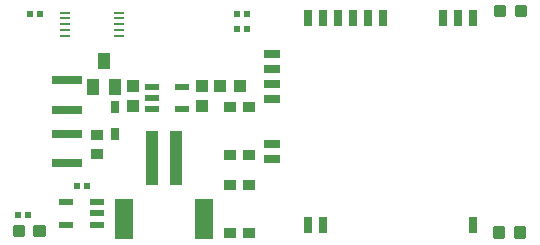
<source format=gbr>
G04 EAGLE Gerber RS-274X export*
G75*
%MOMM*%
%FSLAX34Y34*%
%LPD*%
%INSolderpaste Top*%
%IPPOS*%
%AMOC8*
5,1,8,0,0,1.08239X$1,22.5*%
G01*
%ADD10R,0.711200X1.422400*%
%ADD11R,1.422400X0.711200*%
%ADD12C,0.300000*%
%ADD13R,2.500000X0.800000*%
%ADD14R,0.875000X0.250000*%
%ADD15R,1.100000X1.000000*%
%ADD16R,1.200000X0.550000*%
%ADD17R,1.000000X4.600000*%
%ADD18R,1.600000X3.400000*%
%ADD19R,1.000000X1.100000*%
%ADD20R,0.800000X1.000000*%
%ADD21R,1.000000X1.400000*%
%ADD22R,0.540000X0.600000*%
%ADD23R,1.000000X0.900000*%
%ADD24R,1.020000X0.940000*%


D10*
X256261Y14125D03*
X268961Y14125D03*
X395961Y14125D03*
X256390Y189341D03*
X269090Y189341D03*
X294490Y189341D03*
X307190Y189341D03*
X319890Y189341D03*
X396090Y189341D03*
D11*
X226299Y69775D03*
X226299Y82475D03*
X226299Y120575D03*
X226299Y133275D03*
X226299Y145975D03*
X226299Y158675D03*
D10*
X281790Y189341D03*
X383390Y189341D03*
X370690Y189341D03*
D12*
X422720Y191763D02*
X422720Y198763D01*
X422720Y191763D02*
X415720Y191763D01*
X415720Y198763D01*
X422720Y198763D01*
X422720Y194613D02*
X415720Y194613D01*
X415720Y197463D02*
X422720Y197463D01*
X440260Y198763D02*
X440260Y191763D01*
X433260Y191763D01*
X433260Y198763D01*
X440260Y198763D01*
X440260Y194613D02*
X433260Y194613D01*
X433260Y197463D02*
X440260Y197463D01*
X421926Y11438D02*
X421926Y4438D01*
X414926Y4438D01*
X414926Y11438D01*
X421926Y11438D01*
X421926Y7288D02*
X414926Y7288D01*
X414926Y10138D02*
X421926Y10138D01*
X439466Y11438D02*
X439466Y4438D01*
X432466Y4438D01*
X432466Y11438D01*
X439466Y11438D01*
X439466Y7288D02*
X432466Y7288D01*
X432466Y10138D02*
X439466Y10138D01*
D13*
X52350Y111870D03*
X52350Y91330D03*
X52350Y137108D03*
X52350Y66600D03*
D14*
X51035Y194150D03*
X51035Y189150D03*
X51035Y184150D03*
X51035Y179150D03*
X51035Y174150D03*
X96285Y174150D03*
X96285Y179150D03*
X96285Y184150D03*
X96285Y189150D03*
X96285Y194150D03*
D15*
X199000Y132080D03*
X182000Y132080D03*
D16*
X124159Y131420D03*
X124159Y121920D03*
X124159Y112420D03*
X150161Y112420D03*
X150161Y131420D03*
D17*
X144620Y71290D03*
X124620Y71290D03*
D18*
X168620Y19290D03*
X100620Y19290D03*
D19*
X107950Y131690D03*
X107950Y114690D03*
X166370Y131690D03*
X166370Y114690D03*
D20*
X92710Y91370D03*
X92710Y114370D03*
D21*
X83820Y153240D03*
X93320Y131240D03*
X74320Y131240D03*
D16*
X77771Y14630D03*
X77771Y24130D03*
X77771Y33630D03*
X51769Y33630D03*
X51769Y14630D03*
D22*
X69090Y46990D03*
X60450Y46990D03*
X10920Y22860D03*
X19560Y22860D03*
D12*
X25590Y12390D02*
X25590Y5390D01*
X25590Y12390D02*
X32590Y12390D01*
X32590Y5390D01*
X25590Y5390D01*
X25590Y8240D02*
X32590Y8240D01*
X32590Y11090D02*
X25590Y11090D01*
X8050Y12390D02*
X8050Y5390D01*
X8050Y12390D02*
X15050Y12390D01*
X15050Y5390D01*
X8050Y5390D01*
X8050Y8240D02*
X15050Y8240D01*
X15050Y11090D02*
X8050Y11090D01*
D22*
X21080Y193040D03*
X29720Y193040D03*
D23*
X206120Y73480D03*
X190120Y73480D03*
X190120Y114480D03*
X206120Y114480D03*
X206120Y7440D03*
X190120Y7440D03*
X190120Y48440D03*
X206120Y48440D03*
D24*
X77470Y74650D03*
X77470Y90450D03*
D22*
X196340Y193040D03*
X204980Y193040D03*
X196340Y180340D03*
X204980Y180340D03*
M02*

</source>
